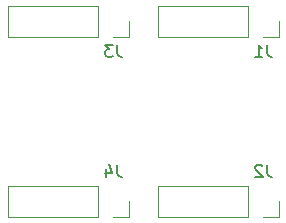
<source format=gbr>
%TF.GenerationSoftware,KiCad,Pcbnew,8.0.6*%
%TF.CreationDate,2024-12-13T22:42:48+00:00*%
%TF.ProjectId,StepperAdapterMount,53746570-7065-4724-9164-61707465724d,RevA*%
%TF.SameCoordinates,Original*%
%TF.FileFunction,Legend,Bot*%
%TF.FilePolarity,Positive*%
%FSLAX46Y46*%
G04 Gerber Fmt 4.6, Leading zero omitted, Abs format (unit mm)*
G04 Created by KiCad (PCBNEW 8.0.6) date 2024-12-13 22:42:48*
%MOMM*%
%LPD*%
G01*
G04 APERTURE LIST*
%ADD10C,0.150000*%
%ADD11C,0.120000*%
G04 APERTURE END LIST*
D10*
X62163333Y-201734819D02*
X62163333Y-202449104D01*
X62163333Y-202449104D02*
X62210952Y-202591961D01*
X62210952Y-202591961D02*
X62306190Y-202687200D01*
X62306190Y-202687200D02*
X62449047Y-202734819D01*
X62449047Y-202734819D02*
X62544285Y-202734819D01*
X61163333Y-202734819D02*
X61734761Y-202734819D01*
X61449047Y-202734819D02*
X61449047Y-201734819D01*
X61449047Y-201734819D02*
X61544285Y-201877676D01*
X61544285Y-201877676D02*
X61639523Y-201972914D01*
X61639523Y-201972914D02*
X61734761Y-202020533D01*
X49463333Y-211894819D02*
X49463333Y-212609104D01*
X49463333Y-212609104D02*
X49510952Y-212751961D01*
X49510952Y-212751961D02*
X49606190Y-212847200D01*
X49606190Y-212847200D02*
X49749047Y-212894819D01*
X49749047Y-212894819D02*
X49844285Y-212894819D01*
X48558571Y-212228152D02*
X48558571Y-212894819D01*
X48796666Y-211847200D02*
X49034761Y-212561485D01*
X49034761Y-212561485D02*
X48415714Y-212561485D01*
X49463333Y-201734819D02*
X49463333Y-202449104D01*
X49463333Y-202449104D02*
X49510952Y-202591961D01*
X49510952Y-202591961D02*
X49606190Y-202687200D01*
X49606190Y-202687200D02*
X49749047Y-202734819D01*
X49749047Y-202734819D02*
X49844285Y-202734819D01*
X49082380Y-201734819D02*
X48463333Y-201734819D01*
X48463333Y-201734819D02*
X48796666Y-202115771D01*
X48796666Y-202115771D02*
X48653809Y-202115771D01*
X48653809Y-202115771D02*
X48558571Y-202163390D01*
X48558571Y-202163390D02*
X48510952Y-202211009D01*
X48510952Y-202211009D02*
X48463333Y-202306247D01*
X48463333Y-202306247D02*
X48463333Y-202544342D01*
X48463333Y-202544342D02*
X48510952Y-202639580D01*
X48510952Y-202639580D02*
X48558571Y-202687200D01*
X48558571Y-202687200D02*
X48653809Y-202734819D01*
X48653809Y-202734819D02*
X48939523Y-202734819D01*
X48939523Y-202734819D02*
X49034761Y-202687200D01*
X49034761Y-202687200D02*
X49082380Y-202639580D01*
X62163333Y-211894819D02*
X62163333Y-212609104D01*
X62163333Y-212609104D02*
X62210952Y-212751961D01*
X62210952Y-212751961D02*
X62306190Y-212847200D01*
X62306190Y-212847200D02*
X62449047Y-212894819D01*
X62449047Y-212894819D02*
X62544285Y-212894819D01*
X61734761Y-211990057D02*
X61687142Y-211942438D01*
X61687142Y-211942438D02*
X61591904Y-211894819D01*
X61591904Y-211894819D02*
X61353809Y-211894819D01*
X61353809Y-211894819D02*
X61258571Y-211942438D01*
X61258571Y-211942438D02*
X61210952Y-211990057D01*
X61210952Y-211990057D02*
X61163333Y-212085295D01*
X61163333Y-212085295D02*
X61163333Y-212180533D01*
X61163333Y-212180533D02*
X61210952Y-212323390D01*
X61210952Y-212323390D02*
X61782380Y-212894819D01*
X61782380Y-212894819D02*
X61163333Y-212894819D01*
D11*
%TO.C,J1*%
X52880000Y-198410000D02*
X60560000Y-198410000D01*
X52880000Y-198410000D02*
X52880000Y-201070000D01*
X60560000Y-198410000D02*
X60560000Y-201070000D01*
X52880000Y-201070000D02*
X60560000Y-201070000D01*
X63160000Y-201070000D02*
X61830000Y-201070000D01*
X63160000Y-199740000D02*
X63160000Y-201070000D01*
%TO.C,J4*%
X50460000Y-214980000D02*
X50460000Y-216310000D01*
X50460000Y-216310000D02*
X49130000Y-216310000D01*
X40180000Y-216310000D02*
X47860000Y-216310000D01*
X47860000Y-213650000D02*
X47860000Y-216310000D01*
X40180000Y-213650000D02*
X40180000Y-216310000D01*
X40180000Y-213650000D02*
X47860000Y-213650000D01*
%TO.C,J3*%
X50460000Y-199740000D02*
X50460000Y-201070000D01*
X50460000Y-201070000D02*
X49130000Y-201070000D01*
X40180000Y-201070000D02*
X47860000Y-201070000D01*
X47860000Y-198410000D02*
X47860000Y-201070000D01*
X40180000Y-198410000D02*
X40180000Y-201070000D01*
X40180000Y-198410000D02*
X47860000Y-198410000D01*
%TO.C,J2*%
X63160000Y-214980000D02*
X63160000Y-216310000D01*
X63160000Y-216310000D02*
X61830000Y-216310000D01*
X52880000Y-216310000D02*
X60560000Y-216310000D01*
X60560000Y-213650000D02*
X60560000Y-216310000D01*
X52880000Y-213650000D02*
X52880000Y-216310000D01*
X52880000Y-213650000D02*
X60560000Y-213650000D01*
%TD*%
M02*

</source>
